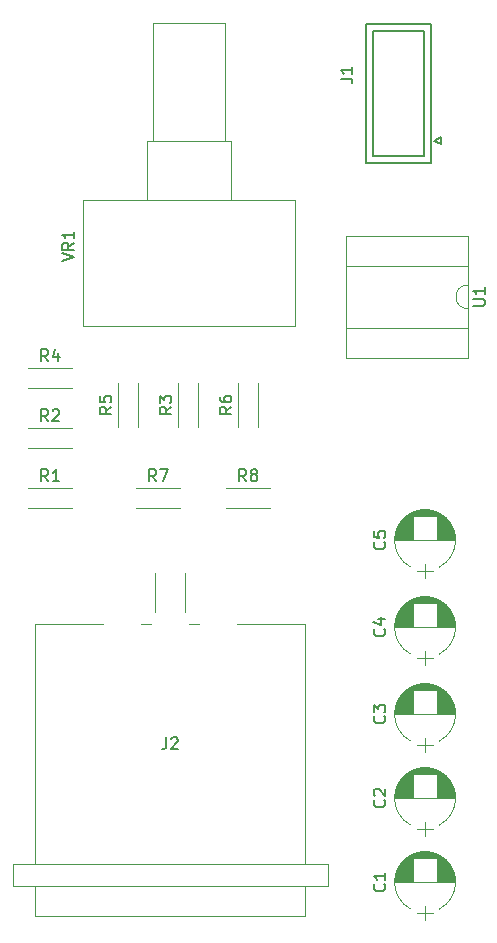
<source format=gbr>
G04 #@! TF.GenerationSoftware,KiCad,Pcbnew,(5.1.4)-1*
G04 #@! TF.CreationDate,2019-10-01T00:12:14+07:00*
G04 #@! TF.ProjectId,Microphone-PreAmp,4d696372-6f70-4686-9f6e-652d50726541,rev?*
G04 #@! TF.SameCoordinates,Original*
G04 #@! TF.FileFunction,Legend,Top*
G04 #@! TF.FilePolarity,Positive*
%FSLAX46Y46*%
G04 Gerber Fmt 4.6, Leading zero omitted, Abs format (unit mm)*
G04 Created by KiCad (PCBNEW (5.1.4)-1) date 2019-10-01 00:12:14*
%MOMM*%
%LPD*%
G04 APERTURE LIST*
%ADD10C,0.120000*%
%ADD11C,0.150000*%
G04 APERTURE END LIST*
D10*
X92546277Y-98548278D02*
G75*
G03X92546000Y-103159580I1179723J-2305722D01*
G01*
X94905723Y-98548278D02*
G75*
G02X94906000Y-103159580I-1179723J-2305722D01*
G01*
X94905723Y-98548278D02*
G75*
G03X92546000Y-98548420I-1179723J-2305722D01*
G01*
X91176000Y-100854000D02*
X96276000Y-100854000D01*
X91176000Y-100814000D02*
X92746000Y-100814000D01*
X94706000Y-100814000D02*
X96276000Y-100814000D01*
X91177000Y-100774000D02*
X92746000Y-100774000D01*
X94706000Y-100774000D02*
X96275000Y-100774000D01*
X91178000Y-100734000D02*
X92746000Y-100734000D01*
X94706000Y-100734000D02*
X96274000Y-100734000D01*
X91180000Y-100694000D02*
X92746000Y-100694000D01*
X94706000Y-100694000D02*
X96272000Y-100694000D01*
X91183000Y-100654000D02*
X92746000Y-100654000D01*
X94706000Y-100654000D02*
X96269000Y-100654000D01*
X91187000Y-100614000D02*
X92746000Y-100614000D01*
X94706000Y-100614000D02*
X96265000Y-100614000D01*
X91191000Y-100574000D02*
X92746000Y-100574000D01*
X94706000Y-100574000D02*
X96261000Y-100574000D01*
X91195000Y-100534000D02*
X92746000Y-100534000D01*
X94706000Y-100534000D02*
X96257000Y-100534000D01*
X91201000Y-100494000D02*
X92746000Y-100494000D01*
X94706000Y-100494000D02*
X96251000Y-100494000D01*
X91207000Y-100454000D02*
X92746000Y-100454000D01*
X94706000Y-100454000D02*
X96245000Y-100454000D01*
X91213000Y-100414000D02*
X92746000Y-100414000D01*
X94706000Y-100414000D02*
X96239000Y-100414000D01*
X91220000Y-100374000D02*
X92746000Y-100374000D01*
X94706000Y-100374000D02*
X96232000Y-100374000D01*
X91228000Y-100334000D02*
X92746000Y-100334000D01*
X94706000Y-100334000D02*
X96224000Y-100334000D01*
X91237000Y-100294000D02*
X92746000Y-100294000D01*
X94706000Y-100294000D02*
X96215000Y-100294000D01*
X91246000Y-100254000D02*
X92746000Y-100254000D01*
X94706000Y-100254000D02*
X96206000Y-100254000D01*
X91256000Y-100214000D02*
X92746000Y-100214000D01*
X94706000Y-100214000D02*
X96196000Y-100214000D01*
X91266000Y-100174000D02*
X92746000Y-100174000D01*
X94706000Y-100174000D02*
X96186000Y-100174000D01*
X91278000Y-100133000D02*
X92746000Y-100133000D01*
X94706000Y-100133000D02*
X96174000Y-100133000D01*
X91290000Y-100093000D02*
X92746000Y-100093000D01*
X94706000Y-100093000D02*
X96162000Y-100093000D01*
X91302000Y-100053000D02*
X92746000Y-100053000D01*
X94706000Y-100053000D02*
X96150000Y-100053000D01*
X91316000Y-100013000D02*
X92746000Y-100013000D01*
X94706000Y-100013000D02*
X96136000Y-100013000D01*
X91330000Y-99973000D02*
X92746000Y-99973000D01*
X94706000Y-99973000D02*
X96122000Y-99973000D01*
X91344000Y-99933000D02*
X92746000Y-99933000D01*
X94706000Y-99933000D02*
X96108000Y-99933000D01*
X91360000Y-99893000D02*
X92746000Y-99893000D01*
X94706000Y-99893000D02*
X96092000Y-99893000D01*
X91376000Y-99853000D02*
X92746000Y-99853000D01*
X94706000Y-99853000D02*
X96076000Y-99853000D01*
X91393000Y-99813000D02*
X92746000Y-99813000D01*
X94706000Y-99813000D02*
X96059000Y-99813000D01*
X91411000Y-99773000D02*
X92746000Y-99773000D01*
X94706000Y-99773000D02*
X96041000Y-99773000D01*
X91430000Y-99733000D02*
X92746000Y-99733000D01*
X94706000Y-99733000D02*
X96022000Y-99733000D01*
X91450000Y-99693000D02*
X92746000Y-99693000D01*
X94706000Y-99693000D02*
X96002000Y-99693000D01*
X91470000Y-99653000D02*
X92746000Y-99653000D01*
X94706000Y-99653000D02*
X95982000Y-99653000D01*
X91492000Y-99613000D02*
X92746000Y-99613000D01*
X94706000Y-99613000D02*
X95960000Y-99613000D01*
X91514000Y-99573000D02*
X92746000Y-99573000D01*
X94706000Y-99573000D02*
X95938000Y-99573000D01*
X91537000Y-99533000D02*
X92746000Y-99533000D01*
X94706000Y-99533000D02*
X95915000Y-99533000D01*
X91561000Y-99493000D02*
X92746000Y-99493000D01*
X94706000Y-99493000D02*
X95891000Y-99493000D01*
X91586000Y-99453000D02*
X92746000Y-99453000D01*
X94706000Y-99453000D02*
X95866000Y-99453000D01*
X91613000Y-99413000D02*
X92746000Y-99413000D01*
X94706000Y-99413000D02*
X95839000Y-99413000D01*
X91640000Y-99373000D02*
X92746000Y-99373000D01*
X94706000Y-99373000D02*
X95812000Y-99373000D01*
X91668000Y-99333000D02*
X92746000Y-99333000D01*
X94706000Y-99333000D02*
X95784000Y-99333000D01*
X91698000Y-99293000D02*
X92746000Y-99293000D01*
X94706000Y-99293000D02*
X95754000Y-99293000D01*
X91729000Y-99253000D02*
X92746000Y-99253000D01*
X94706000Y-99253000D02*
X95723000Y-99253000D01*
X91761000Y-99213000D02*
X92746000Y-99213000D01*
X94706000Y-99213000D02*
X95691000Y-99213000D01*
X91794000Y-99173000D02*
X92746000Y-99173000D01*
X94706000Y-99173000D02*
X95658000Y-99173000D01*
X91829000Y-99133000D02*
X92746000Y-99133000D01*
X94706000Y-99133000D02*
X95623000Y-99133000D01*
X91865000Y-99093000D02*
X92746000Y-99093000D01*
X94706000Y-99093000D02*
X95587000Y-99093000D01*
X91903000Y-99053000D02*
X92746000Y-99053000D01*
X94706000Y-99053000D02*
X95549000Y-99053000D01*
X91943000Y-99013000D02*
X92746000Y-99013000D01*
X94706000Y-99013000D02*
X95509000Y-99013000D01*
X91984000Y-98973000D02*
X92746000Y-98973000D01*
X94706000Y-98973000D02*
X95468000Y-98973000D01*
X92027000Y-98933000D02*
X92746000Y-98933000D01*
X94706000Y-98933000D02*
X95425000Y-98933000D01*
X92072000Y-98893000D02*
X92746000Y-98893000D01*
X94706000Y-98893000D02*
X95380000Y-98893000D01*
X92120000Y-98853000D02*
X95332000Y-98853000D01*
X92170000Y-98813000D02*
X95282000Y-98813000D01*
X92222000Y-98773000D02*
X95230000Y-98773000D01*
X92278000Y-98733000D02*
X95174000Y-98733000D01*
X92336000Y-98693000D02*
X95116000Y-98693000D01*
X92399000Y-98653000D02*
X95053000Y-98653000D01*
X92465000Y-98613000D02*
X94987000Y-98613000D01*
X92537000Y-98573000D02*
X94915000Y-98573000D01*
X92614000Y-98533000D02*
X94838000Y-98533000D01*
X92698000Y-98493000D02*
X94754000Y-98493000D01*
X92792000Y-98453000D02*
X94660000Y-98453000D01*
X92897000Y-98413000D02*
X94555000Y-98413000D01*
X93019000Y-98373000D02*
X94433000Y-98373000D01*
X93167000Y-98333000D02*
X94285000Y-98333000D01*
X93372000Y-98293000D02*
X94080000Y-98293000D01*
X93726000Y-104054000D02*
X93726000Y-102854000D01*
X93076000Y-103454000D02*
X94376000Y-103454000D01*
X92546277Y-120138278D02*
G75*
G03X92546000Y-124749580I1179723J-2305722D01*
G01*
X94905723Y-120138278D02*
G75*
G02X94906000Y-124749580I-1179723J-2305722D01*
G01*
X94905723Y-120138278D02*
G75*
G03X92546000Y-120138420I-1179723J-2305722D01*
G01*
X91176000Y-122444000D02*
X96276000Y-122444000D01*
X91176000Y-122404000D02*
X92746000Y-122404000D01*
X94706000Y-122404000D02*
X96276000Y-122404000D01*
X91177000Y-122364000D02*
X92746000Y-122364000D01*
X94706000Y-122364000D02*
X96275000Y-122364000D01*
X91178000Y-122324000D02*
X92746000Y-122324000D01*
X94706000Y-122324000D02*
X96274000Y-122324000D01*
X91180000Y-122284000D02*
X92746000Y-122284000D01*
X94706000Y-122284000D02*
X96272000Y-122284000D01*
X91183000Y-122244000D02*
X92746000Y-122244000D01*
X94706000Y-122244000D02*
X96269000Y-122244000D01*
X91187000Y-122204000D02*
X92746000Y-122204000D01*
X94706000Y-122204000D02*
X96265000Y-122204000D01*
X91191000Y-122164000D02*
X92746000Y-122164000D01*
X94706000Y-122164000D02*
X96261000Y-122164000D01*
X91195000Y-122124000D02*
X92746000Y-122124000D01*
X94706000Y-122124000D02*
X96257000Y-122124000D01*
X91201000Y-122084000D02*
X92746000Y-122084000D01*
X94706000Y-122084000D02*
X96251000Y-122084000D01*
X91207000Y-122044000D02*
X92746000Y-122044000D01*
X94706000Y-122044000D02*
X96245000Y-122044000D01*
X91213000Y-122004000D02*
X92746000Y-122004000D01*
X94706000Y-122004000D02*
X96239000Y-122004000D01*
X91220000Y-121964000D02*
X92746000Y-121964000D01*
X94706000Y-121964000D02*
X96232000Y-121964000D01*
X91228000Y-121924000D02*
X92746000Y-121924000D01*
X94706000Y-121924000D02*
X96224000Y-121924000D01*
X91237000Y-121884000D02*
X92746000Y-121884000D01*
X94706000Y-121884000D02*
X96215000Y-121884000D01*
X91246000Y-121844000D02*
X92746000Y-121844000D01*
X94706000Y-121844000D02*
X96206000Y-121844000D01*
X91256000Y-121804000D02*
X92746000Y-121804000D01*
X94706000Y-121804000D02*
X96196000Y-121804000D01*
X91266000Y-121764000D02*
X92746000Y-121764000D01*
X94706000Y-121764000D02*
X96186000Y-121764000D01*
X91278000Y-121723000D02*
X92746000Y-121723000D01*
X94706000Y-121723000D02*
X96174000Y-121723000D01*
X91290000Y-121683000D02*
X92746000Y-121683000D01*
X94706000Y-121683000D02*
X96162000Y-121683000D01*
X91302000Y-121643000D02*
X92746000Y-121643000D01*
X94706000Y-121643000D02*
X96150000Y-121643000D01*
X91316000Y-121603000D02*
X92746000Y-121603000D01*
X94706000Y-121603000D02*
X96136000Y-121603000D01*
X91330000Y-121563000D02*
X92746000Y-121563000D01*
X94706000Y-121563000D02*
X96122000Y-121563000D01*
X91344000Y-121523000D02*
X92746000Y-121523000D01*
X94706000Y-121523000D02*
X96108000Y-121523000D01*
X91360000Y-121483000D02*
X92746000Y-121483000D01*
X94706000Y-121483000D02*
X96092000Y-121483000D01*
X91376000Y-121443000D02*
X92746000Y-121443000D01*
X94706000Y-121443000D02*
X96076000Y-121443000D01*
X91393000Y-121403000D02*
X92746000Y-121403000D01*
X94706000Y-121403000D02*
X96059000Y-121403000D01*
X91411000Y-121363000D02*
X92746000Y-121363000D01*
X94706000Y-121363000D02*
X96041000Y-121363000D01*
X91430000Y-121323000D02*
X92746000Y-121323000D01*
X94706000Y-121323000D02*
X96022000Y-121323000D01*
X91450000Y-121283000D02*
X92746000Y-121283000D01*
X94706000Y-121283000D02*
X96002000Y-121283000D01*
X91470000Y-121243000D02*
X92746000Y-121243000D01*
X94706000Y-121243000D02*
X95982000Y-121243000D01*
X91492000Y-121203000D02*
X92746000Y-121203000D01*
X94706000Y-121203000D02*
X95960000Y-121203000D01*
X91514000Y-121163000D02*
X92746000Y-121163000D01*
X94706000Y-121163000D02*
X95938000Y-121163000D01*
X91537000Y-121123000D02*
X92746000Y-121123000D01*
X94706000Y-121123000D02*
X95915000Y-121123000D01*
X91561000Y-121083000D02*
X92746000Y-121083000D01*
X94706000Y-121083000D02*
X95891000Y-121083000D01*
X91586000Y-121043000D02*
X92746000Y-121043000D01*
X94706000Y-121043000D02*
X95866000Y-121043000D01*
X91613000Y-121003000D02*
X92746000Y-121003000D01*
X94706000Y-121003000D02*
X95839000Y-121003000D01*
X91640000Y-120963000D02*
X92746000Y-120963000D01*
X94706000Y-120963000D02*
X95812000Y-120963000D01*
X91668000Y-120923000D02*
X92746000Y-120923000D01*
X94706000Y-120923000D02*
X95784000Y-120923000D01*
X91698000Y-120883000D02*
X92746000Y-120883000D01*
X94706000Y-120883000D02*
X95754000Y-120883000D01*
X91729000Y-120843000D02*
X92746000Y-120843000D01*
X94706000Y-120843000D02*
X95723000Y-120843000D01*
X91761000Y-120803000D02*
X92746000Y-120803000D01*
X94706000Y-120803000D02*
X95691000Y-120803000D01*
X91794000Y-120763000D02*
X92746000Y-120763000D01*
X94706000Y-120763000D02*
X95658000Y-120763000D01*
X91829000Y-120723000D02*
X92746000Y-120723000D01*
X94706000Y-120723000D02*
X95623000Y-120723000D01*
X91865000Y-120683000D02*
X92746000Y-120683000D01*
X94706000Y-120683000D02*
X95587000Y-120683000D01*
X91903000Y-120643000D02*
X92746000Y-120643000D01*
X94706000Y-120643000D02*
X95549000Y-120643000D01*
X91943000Y-120603000D02*
X92746000Y-120603000D01*
X94706000Y-120603000D02*
X95509000Y-120603000D01*
X91984000Y-120563000D02*
X92746000Y-120563000D01*
X94706000Y-120563000D02*
X95468000Y-120563000D01*
X92027000Y-120523000D02*
X92746000Y-120523000D01*
X94706000Y-120523000D02*
X95425000Y-120523000D01*
X92072000Y-120483000D02*
X92746000Y-120483000D01*
X94706000Y-120483000D02*
X95380000Y-120483000D01*
X92120000Y-120443000D02*
X95332000Y-120443000D01*
X92170000Y-120403000D02*
X95282000Y-120403000D01*
X92222000Y-120363000D02*
X95230000Y-120363000D01*
X92278000Y-120323000D02*
X95174000Y-120323000D01*
X92336000Y-120283000D02*
X95116000Y-120283000D01*
X92399000Y-120243000D02*
X95053000Y-120243000D01*
X92465000Y-120203000D02*
X94987000Y-120203000D01*
X92537000Y-120163000D02*
X94915000Y-120163000D01*
X92614000Y-120123000D02*
X94838000Y-120123000D01*
X92698000Y-120083000D02*
X94754000Y-120083000D01*
X92792000Y-120043000D02*
X94660000Y-120043000D01*
X92897000Y-120003000D02*
X94555000Y-120003000D01*
X93019000Y-119963000D02*
X94433000Y-119963000D01*
X93167000Y-119923000D02*
X94285000Y-119923000D01*
X93372000Y-119883000D02*
X94080000Y-119883000D01*
X93726000Y-125644000D02*
X93726000Y-124444000D01*
X93076000Y-125044000D02*
X94376000Y-125044000D01*
X93076000Y-117932000D02*
X94376000Y-117932000D01*
X93726000Y-118532000D02*
X93726000Y-117332000D01*
X93372000Y-112771000D02*
X94080000Y-112771000D01*
X93167000Y-112811000D02*
X94285000Y-112811000D01*
X93019000Y-112851000D02*
X94433000Y-112851000D01*
X92897000Y-112891000D02*
X94555000Y-112891000D01*
X92792000Y-112931000D02*
X94660000Y-112931000D01*
X92698000Y-112971000D02*
X94754000Y-112971000D01*
X92614000Y-113011000D02*
X94838000Y-113011000D01*
X92537000Y-113051000D02*
X94915000Y-113051000D01*
X92465000Y-113091000D02*
X94987000Y-113091000D01*
X92399000Y-113131000D02*
X95053000Y-113131000D01*
X92336000Y-113171000D02*
X95116000Y-113171000D01*
X92278000Y-113211000D02*
X95174000Y-113211000D01*
X92222000Y-113251000D02*
X95230000Y-113251000D01*
X92170000Y-113291000D02*
X95282000Y-113291000D01*
X92120000Y-113331000D02*
X95332000Y-113331000D01*
X94706000Y-113371000D02*
X95380000Y-113371000D01*
X92072000Y-113371000D02*
X92746000Y-113371000D01*
X94706000Y-113411000D02*
X95425000Y-113411000D01*
X92027000Y-113411000D02*
X92746000Y-113411000D01*
X94706000Y-113451000D02*
X95468000Y-113451000D01*
X91984000Y-113451000D02*
X92746000Y-113451000D01*
X94706000Y-113491000D02*
X95509000Y-113491000D01*
X91943000Y-113491000D02*
X92746000Y-113491000D01*
X94706000Y-113531000D02*
X95549000Y-113531000D01*
X91903000Y-113531000D02*
X92746000Y-113531000D01*
X94706000Y-113571000D02*
X95587000Y-113571000D01*
X91865000Y-113571000D02*
X92746000Y-113571000D01*
X94706000Y-113611000D02*
X95623000Y-113611000D01*
X91829000Y-113611000D02*
X92746000Y-113611000D01*
X94706000Y-113651000D02*
X95658000Y-113651000D01*
X91794000Y-113651000D02*
X92746000Y-113651000D01*
X94706000Y-113691000D02*
X95691000Y-113691000D01*
X91761000Y-113691000D02*
X92746000Y-113691000D01*
X94706000Y-113731000D02*
X95723000Y-113731000D01*
X91729000Y-113731000D02*
X92746000Y-113731000D01*
X94706000Y-113771000D02*
X95754000Y-113771000D01*
X91698000Y-113771000D02*
X92746000Y-113771000D01*
X94706000Y-113811000D02*
X95784000Y-113811000D01*
X91668000Y-113811000D02*
X92746000Y-113811000D01*
X94706000Y-113851000D02*
X95812000Y-113851000D01*
X91640000Y-113851000D02*
X92746000Y-113851000D01*
X94706000Y-113891000D02*
X95839000Y-113891000D01*
X91613000Y-113891000D02*
X92746000Y-113891000D01*
X94706000Y-113931000D02*
X95866000Y-113931000D01*
X91586000Y-113931000D02*
X92746000Y-113931000D01*
X94706000Y-113971000D02*
X95891000Y-113971000D01*
X91561000Y-113971000D02*
X92746000Y-113971000D01*
X94706000Y-114011000D02*
X95915000Y-114011000D01*
X91537000Y-114011000D02*
X92746000Y-114011000D01*
X94706000Y-114051000D02*
X95938000Y-114051000D01*
X91514000Y-114051000D02*
X92746000Y-114051000D01*
X94706000Y-114091000D02*
X95960000Y-114091000D01*
X91492000Y-114091000D02*
X92746000Y-114091000D01*
X94706000Y-114131000D02*
X95982000Y-114131000D01*
X91470000Y-114131000D02*
X92746000Y-114131000D01*
X94706000Y-114171000D02*
X96002000Y-114171000D01*
X91450000Y-114171000D02*
X92746000Y-114171000D01*
X94706000Y-114211000D02*
X96022000Y-114211000D01*
X91430000Y-114211000D02*
X92746000Y-114211000D01*
X94706000Y-114251000D02*
X96041000Y-114251000D01*
X91411000Y-114251000D02*
X92746000Y-114251000D01*
X94706000Y-114291000D02*
X96059000Y-114291000D01*
X91393000Y-114291000D02*
X92746000Y-114291000D01*
X94706000Y-114331000D02*
X96076000Y-114331000D01*
X91376000Y-114331000D02*
X92746000Y-114331000D01*
X94706000Y-114371000D02*
X96092000Y-114371000D01*
X91360000Y-114371000D02*
X92746000Y-114371000D01*
X94706000Y-114411000D02*
X96108000Y-114411000D01*
X91344000Y-114411000D02*
X92746000Y-114411000D01*
X94706000Y-114451000D02*
X96122000Y-114451000D01*
X91330000Y-114451000D02*
X92746000Y-114451000D01*
X94706000Y-114491000D02*
X96136000Y-114491000D01*
X91316000Y-114491000D02*
X92746000Y-114491000D01*
X94706000Y-114531000D02*
X96150000Y-114531000D01*
X91302000Y-114531000D02*
X92746000Y-114531000D01*
X94706000Y-114571000D02*
X96162000Y-114571000D01*
X91290000Y-114571000D02*
X92746000Y-114571000D01*
X94706000Y-114611000D02*
X96174000Y-114611000D01*
X91278000Y-114611000D02*
X92746000Y-114611000D01*
X94706000Y-114652000D02*
X96186000Y-114652000D01*
X91266000Y-114652000D02*
X92746000Y-114652000D01*
X94706000Y-114692000D02*
X96196000Y-114692000D01*
X91256000Y-114692000D02*
X92746000Y-114692000D01*
X94706000Y-114732000D02*
X96206000Y-114732000D01*
X91246000Y-114732000D02*
X92746000Y-114732000D01*
X94706000Y-114772000D02*
X96215000Y-114772000D01*
X91237000Y-114772000D02*
X92746000Y-114772000D01*
X94706000Y-114812000D02*
X96224000Y-114812000D01*
X91228000Y-114812000D02*
X92746000Y-114812000D01*
X94706000Y-114852000D02*
X96232000Y-114852000D01*
X91220000Y-114852000D02*
X92746000Y-114852000D01*
X94706000Y-114892000D02*
X96239000Y-114892000D01*
X91213000Y-114892000D02*
X92746000Y-114892000D01*
X94706000Y-114932000D02*
X96245000Y-114932000D01*
X91207000Y-114932000D02*
X92746000Y-114932000D01*
X94706000Y-114972000D02*
X96251000Y-114972000D01*
X91201000Y-114972000D02*
X92746000Y-114972000D01*
X94706000Y-115012000D02*
X96257000Y-115012000D01*
X91195000Y-115012000D02*
X92746000Y-115012000D01*
X94706000Y-115052000D02*
X96261000Y-115052000D01*
X91191000Y-115052000D02*
X92746000Y-115052000D01*
X94706000Y-115092000D02*
X96265000Y-115092000D01*
X91187000Y-115092000D02*
X92746000Y-115092000D01*
X94706000Y-115132000D02*
X96269000Y-115132000D01*
X91183000Y-115132000D02*
X92746000Y-115132000D01*
X94706000Y-115172000D02*
X96272000Y-115172000D01*
X91180000Y-115172000D02*
X92746000Y-115172000D01*
X94706000Y-115212000D02*
X96274000Y-115212000D01*
X91178000Y-115212000D02*
X92746000Y-115212000D01*
X94706000Y-115252000D02*
X96275000Y-115252000D01*
X91177000Y-115252000D02*
X92746000Y-115252000D01*
X94706000Y-115292000D02*
X96276000Y-115292000D01*
X91176000Y-115292000D02*
X92746000Y-115292000D01*
X91176000Y-115332000D02*
X96276000Y-115332000D01*
X94905723Y-113026278D02*
G75*
G03X92546000Y-113026420I-1179723J-2305722D01*
G01*
X94905723Y-113026278D02*
G75*
G02X94906000Y-117637580I-1179723J-2305722D01*
G01*
X92546277Y-113026278D02*
G75*
G03X92546000Y-117637580I1179723J-2305722D01*
G01*
X93076000Y-110820000D02*
X94376000Y-110820000D01*
X93726000Y-111420000D02*
X93726000Y-110220000D01*
X93372000Y-105659000D02*
X94080000Y-105659000D01*
X93167000Y-105699000D02*
X94285000Y-105699000D01*
X93019000Y-105739000D02*
X94433000Y-105739000D01*
X92897000Y-105779000D02*
X94555000Y-105779000D01*
X92792000Y-105819000D02*
X94660000Y-105819000D01*
X92698000Y-105859000D02*
X94754000Y-105859000D01*
X92614000Y-105899000D02*
X94838000Y-105899000D01*
X92537000Y-105939000D02*
X94915000Y-105939000D01*
X92465000Y-105979000D02*
X94987000Y-105979000D01*
X92399000Y-106019000D02*
X95053000Y-106019000D01*
X92336000Y-106059000D02*
X95116000Y-106059000D01*
X92278000Y-106099000D02*
X95174000Y-106099000D01*
X92222000Y-106139000D02*
X95230000Y-106139000D01*
X92170000Y-106179000D02*
X95282000Y-106179000D01*
X92120000Y-106219000D02*
X95332000Y-106219000D01*
X94706000Y-106259000D02*
X95380000Y-106259000D01*
X92072000Y-106259000D02*
X92746000Y-106259000D01*
X94706000Y-106299000D02*
X95425000Y-106299000D01*
X92027000Y-106299000D02*
X92746000Y-106299000D01*
X94706000Y-106339000D02*
X95468000Y-106339000D01*
X91984000Y-106339000D02*
X92746000Y-106339000D01*
X94706000Y-106379000D02*
X95509000Y-106379000D01*
X91943000Y-106379000D02*
X92746000Y-106379000D01*
X94706000Y-106419000D02*
X95549000Y-106419000D01*
X91903000Y-106419000D02*
X92746000Y-106419000D01*
X94706000Y-106459000D02*
X95587000Y-106459000D01*
X91865000Y-106459000D02*
X92746000Y-106459000D01*
X94706000Y-106499000D02*
X95623000Y-106499000D01*
X91829000Y-106499000D02*
X92746000Y-106499000D01*
X94706000Y-106539000D02*
X95658000Y-106539000D01*
X91794000Y-106539000D02*
X92746000Y-106539000D01*
X94706000Y-106579000D02*
X95691000Y-106579000D01*
X91761000Y-106579000D02*
X92746000Y-106579000D01*
X94706000Y-106619000D02*
X95723000Y-106619000D01*
X91729000Y-106619000D02*
X92746000Y-106619000D01*
X94706000Y-106659000D02*
X95754000Y-106659000D01*
X91698000Y-106659000D02*
X92746000Y-106659000D01*
X94706000Y-106699000D02*
X95784000Y-106699000D01*
X91668000Y-106699000D02*
X92746000Y-106699000D01*
X94706000Y-106739000D02*
X95812000Y-106739000D01*
X91640000Y-106739000D02*
X92746000Y-106739000D01*
X94706000Y-106779000D02*
X95839000Y-106779000D01*
X91613000Y-106779000D02*
X92746000Y-106779000D01*
X94706000Y-106819000D02*
X95866000Y-106819000D01*
X91586000Y-106819000D02*
X92746000Y-106819000D01*
X94706000Y-106859000D02*
X95891000Y-106859000D01*
X91561000Y-106859000D02*
X92746000Y-106859000D01*
X94706000Y-106899000D02*
X95915000Y-106899000D01*
X91537000Y-106899000D02*
X92746000Y-106899000D01*
X94706000Y-106939000D02*
X95938000Y-106939000D01*
X91514000Y-106939000D02*
X92746000Y-106939000D01*
X94706000Y-106979000D02*
X95960000Y-106979000D01*
X91492000Y-106979000D02*
X92746000Y-106979000D01*
X94706000Y-107019000D02*
X95982000Y-107019000D01*
X91470000Y-107019000D02*
X92746000Y-107019000D01*
X94706000Y-107059000D02*
X96002000Y-107059000D01*
X91450000Y-107059000D02*
X92746000Y-107059000D01*
X94706000Y-107099000D02*
X96022000Y-107099000D01*
X91430000Y-107099000D02*
X92746000Y-107099000D01*
X94706000Y-107139000D02*
X96041000Y-107139000D01*
X91411000Y-107139000D02*
X92746000Y-107139000D01*
X94706000Y-107179000D02*
X96059000Y-107179000D01*
X91393000Y-107179000D02*
X92746000Y-107179000D01*
X94706000Y-107219000D02*
X96076000Y-107219000D01*
X91376000Y-107219000D02*
X92746000Y-107219000D01*
X94706000Y-107259000D02*
X96092000Y-107259000D01*
X91360000Y-107259000D02*
X92746000Y-107259000D01*
X94706000Y-107299000D02*
X96108000Y-107299000D01*
X91344000Y-107299000D02*
X92746000Y-107299000D01*
X94706000Y-107339000D02*
X96122000Y-107339000D01*
X91330000Y-107339000D02*
X92746000Y-107339000D01*
X94706000Y-107379000D02*
X96136000Y-107379000D01*
X91316000Y-107379000D02*
X92746000Y-107379000D01*
X94706000Y-107419000D02*
X96150000Y-107419000D01*
X91302000Y-107419000D02*
X92746000Y-107419000D01*
X94706000Y-107459000D02*
X96162000Y-107459000D01*
X91290000Y-107459000D02*
X92746000Y-107459000D01*
X94706000Y-107499000D02*
X96174000Y-107499000D01*
X91278000Y-107499000D02*
X92746000Y-107499000D01*
X94706000Y-107540000D02*
X96186000Y-107540000D01*
X91266000Y-107540000D02*
X92746000Y-107540000D01*
X94706000Y-107580000D02*
X96196000Y-107580000D01*
X91256000Y-107580000D02*
X92746000Y-107580000D01*
X94706000Y-107620000D02*
X96206000Y-107620000D01*
X91246000Y-107620000D02*
X92746000Y-107620000D01*
X94706000Y-107660000D02*
X96215000Y-107660000D01*
X91237000Y-107660000D02*
X92746000Y-107660000D01*
X94706000Y-107700000D02*
X96224000Y-107700000D01*
X91228000Y-107700000D02*
X92746000Y-107700000D01*
X94706000Y-107740000D02*
X96232000Y-107740000D01*
X91220000Y-107740000D02*
X92746000Y-107740000D01*
X94706000Y-107780000D02*
X96239000Y-107780000D01*
X91213000Y-107780000D02*
X92746000Y-107780000D01*
X94706000Y-107820000D02*
X96245000Y-107820000D01*
X91207000Y-107820000D02*
X92746000Y-107820000D01*
X94706000Y-107860000D02*
X96251000Y-107860000D01*
X91201000Y-107860000D02*
X92746000Y-107860000D01*
X94706000Y-107900000D02*
X96257000Y-107900000D01*
X91195000Y-107900000D02*
X92746000Y-107900000D01*
X94706000Y-107940000D02*
X96261000Y-107940000D01*
X91191000Y-107940000D02*
X92746000Y-107940000D01*
X94706000Y-107980000D02*
X96265000Y-107980000D01*
X91187000Y-107980000D02*
X92746000Y-107980000D01*
X94706000Y-108020000D02*
X96269000Y-108020000D01*
X91183000Y-108020000D02*
X92746000Y-108020000D01*
X94706000Y-108060000D02*
X96272000Y-108060000D01*
X91180000Y-108060000D02*
X92746000Y-108060000D01*
X94706000Y-108100000D02*
X96274000Y-108100000D01*
X91178000Y-108100000D02*
X92746000Y-108100000D01*
X94706000Y-108140000D02*
X96275000Y-108140000D01*
X91177000Y-108140000D02*
X92746000Y-108140000D01*
X94706000Y-108180000D02*
X96276000Y-108180000D01*
X91176000Y-108180000D02*
X92746000Y-108180000D01*
X91176000Y-108220000D02*
X96276000Y-108220000D01*
X94905723Y-105914278D02*
G75*
G03X92546000Y-105914420I-1179723J-2305722D01*
G01*
X94905723Y-105914278D02*
G75*
G02X94906000Y-110525580I-1179723J-2305722D01*
G01*
X92546277Y-105914278D02*
G75*
G03X92546000Y-110525580I1179723J-2305722D01*
G01*
X93076000Y-96088000D02*
X94376000Y-96088000D01*
X93726000Y-96688000D02*
X93726000Y-95488000D01*
X93372000Y-90927000D02*
X94080000Y-90927000D01*
X93167000Y-90967000D02*
X94285000Y-90967000D01*
X93019000Y-91007000D02*
X94433000Y-91007000D01*
X92897000Y-91047000D02*
X94555000Y-91047000D01*
X92792000Y-91087000D02*
X94660000Y-91087000D01*
X92698000Y-91127000D02*
X94754000Y-91127000D01*
X92614000Y-91167000D02*
X94838000Y-91167000D01*
X92537000Y-91207000D02*
X94915000Y-91207000D01*
X92465000Y-91247000D02*
X94987000Y-91247000D01*
X92399000Y-91287000D02*
X95053000Y-91287000D01*
X92336000Y-91327000D02*
X95116000Y-91327000D01*
X92278000Y-91367000D02*
X95174000Y-91367000D01*
X92222000Y-91407000D02*
X95230000Y-91407000D01*
X92170000Y-91447000D02*
X95282000Y-91447000D01*
X92120000Y-91487000D02*
X95332000Y-91487000D01*
X94706000Y-91527000D02*
X95380000Y-91527000D01*
X92072000Y-91527000D02*
X92746000Y-91527000D01*
X94706000Y-91567000D02*
X95425000Y-91567000D01*
X92027000Y-91567000D02*
X92746000Y-91567000D01*
X94706000Y-91607000D02*
X95468000Y-91607000D01*
X91984000Y-91607000D02*
X92746000Y-91607000D01*
X94706000Y-91647000D02*
X95509000Y-91647000D01*
X91943000Y-91647000D02*
X92746000Y-91647000D01*
X94706000Y-91687000D02*
X95549000Y-91687000D01*
X91903000Y-91687000D02*
X92746000Y-91687000D01*
X94706000Y-91727000D02*
X95587000Y-91727000D01*
X91865000Y-91727000D02*
X92746000Y-91727000D01*
X94706000Y-91767000D02*
X95623000Y-91767000D01*
X91829000Y-91767000D02*
X92746000Y-91767000D01*
X94706000Y-91807000D02*
X95658000Y-91807000D01*
X91794000Y-91807000D02*
X92746000Y-91807000D01*
X94706000Y-91847000D02*
X95691000Y-91847000D01*
X91761000Y-91847000D02*
X92746000Y-91847000D01*
X94706000Y-91887000D02*
X95723000Y-91887000D01*
X91729000Y-91887000D02*
X92746000Y-91887000D01*
X94706000Y-91927000D02*
X95754000Y-91927000D01*
X91698000Y-91927000D02*
X92746000Y-91927000D01*
X94706000Y-91967000D02*
X95784000Y-91967000D01*
X91668000Y-91967000D02*
X92746000Y-91967000D01*
X94706000Y-92007000D02*
X95812000Y-92007000D01*
X91640000Y-92007000D02*
X92746000Y-92007000D01*
X94706000Y-92047000D02*
X95839000Y-92047000D01*
X91613000Y-92047000D02*
X92746000Y-92047000D01*
X94706000Y-92087000D02*
X95866000Y-92087000D01*
X91586000Y-92087000D02*
X92746000Y-92087000D01*
X94706000Y-92127000D02*
X95891000Y-92127000D01*
X91561000Y-92127000D02*
X92746000Y-92127000D01*
X94706000Y-92167000D02*
X95915000Y-92167000D01*
X91537000Y-92167000D02*
X92746000Y-92167000D01*
X94706000Y-92207000D02*
X95938000Y-92207000D01*
X91514000Y-92207000D02*
X92746000Y-92207000D01*
X94706000Y-92247000D02*
X95960000Y-92247000D01*
X91492000Y-92247000D02*
X92746000Y-92247000D01*
X94706000Y-92287000D02*
X95982000Y-92287000D01*
X91470000Y-92287000D02*
X92746000Y-92287000D01*
X94706000Y-92327000D02*
X96002000Y-92327000D01*
X91450000Y-92327000D02*
X92746000Y-92327000D01*
X94706000Y-92367000D02*
X96022000Y-92367000D01*
X91430000Y-92367000D02*
X92746000Y-92367000D01*
X94706000Y-92407000D02*
X96041000Y-92407000D01*
X91411000Y-92407000D02*
X92746000Y-92407000D01*
X94706000Y-92447000D02*
X96059000Y-92447000D01*
X91393000Y-92447000D02*
X92746000Y-92447000D01*
X94706000Y-92487000D02*
X96076000Y-92487000D01*
X91376000Y-92487000D02*
X92746000Y-92487000D01*
X94706000Y-92527000D02*
X96092000Y-92527000D01*
X91360000Y-92527000D02*
X92746000Y-92527000D01*
X94706000Y-92567000D02*
X96108000Y-92567000D01*
X91344000Y-92567000D02*
X92746000Y-92567000D01*
X94706000Y-92607000D02*
X96122000Y-92607000D01*
X91330000Y-92607000D02*
X92746000Y-92607000D01*
X94706000Y-92647000D02*
X96136000Y-92647000D01*
X91316000Y-92647000D02*
X92746000Y-92647000D01*
X94706000Y-92687000D02*
X96150000Y-92687000D01*
X91302000Y-92687000D02*
X92746000Y-92687000D01*
X94706000Y-92727000D02*
X96162000Y-92727000D01*
X91290000Y-92727000D02*
X92746000Y-92727000D01*
X94706000Y-92767000D02*
X96174000Y-92767000D01*
X91278000Y-92767000D02*
X92746000Y-92767000D01*
X94706000Y-92808000D02*
X96186000Y-92808000D01*
X91266000Y-92808000D02*
X92746000Y-92808000D01*
X94706000Y-92848000D02*
X96196000Y-92848000D01*
X91256000Y-92848000D02*
X92746000Y-92848000D01*
X94706000Y-92888000D02*
X96206000Y-92888000D01*
X91246000Y-92888000D02*
X92746000Y-92888000D01*
X94706000Y-92928000D02*
X96215000Y-92928000D01*
X91237000Y-92928000D02*
X92746000Y-92928000D01*
X94706000Y-92968000D02*
X96224000Y-92968000D01*
X91228000Y-92968000D02*
X92746000Y-92968000D01*
X94706000Y-93008000D02*
X96232000Y-93008000D01*
X91220000Y-93008000D02*
X92746000Y-93008000D01*
X94706000Y-93048000D02*
X96239000Y-93048000D01*
X91213000Y-93048000D02*
X92746000Y-93048000D01*
X94706000Y-93088000D02*
X96245000Y-93088000D01*
X91207000Y-93088000D02*
X92746000Y-93088000D01*
X94706000Y-93128000D02*
X96251000Y-93128000D01*
X91201000Y-93128000D02*
X92746000Y-93128000D01*
X94706000Y-93168000D02*
X96257000Y-93168000D01*
X91195000Y-93168000D02*
X92746000Y-93168000D01*
X94706000Y-93208000D02*
X96261000Y-93208000D01*
X91191000Y-93208000D02*
X92746000Y-93208000D01*
X94706000Y-93248000D02*
X96265000Y-93248000D01*
X91187000Y-93248000D02*
X92746000Y-93248000D01*
X94706000Y-93288000D02*
X96269000Y-93288000D01*
X91183000Y-93288000D02*
X92746000Y-93288000D01*
X94706000Y-93328000D02*
X96272000Y-93328000D01*
X91180000Y-93328000D02*
X92746000Y-93328000D01*
X94706000Y-93368000D02*
X96274000Y-93368000D01*
X91178000Y-93368000D02*
X92746000Y-93368000D01*
X94706000Y-93408000D02*
X96275000Y-93408000D01*
X91177000Y-93408000D02*
X92746000Y-93408000D01*
X94706000Y-93448000D02*
X96276000Y-93448000D01*
X91176000Y-93448000D02*
X92746000Y-93448000D01*
X91176000Y-93488000D02*
X96276000Y-93488000D01*
X94905723Y-91182278D02*
G75*
G03X92546000Y-91182420I-1179723J-2305722D01*
G01*
X94905723Y-91182278D02*
G75*
G02X94906000Y-95793580I-1179723J-2305722D01*
G01*
X92546277Y-91182278D02*
G75*
G03X92546000Y-95793580I1179723J-2305722D01*
G01*
D11*
X95056000Y-59390000D02*
X94456000Y-59690000D01*
X95056000Y-59990000D02*
X95056000Y-59390000D01*
X94456000Y-59690000D02*
X95056000Y-59990000D01*
X89306000Y-50390000D02*
X89306000Y-60990000D01*
X93606000Y-50390000D02*
X89306000Y-50390000D01*
X93606000Y-60990000D02*
X93606000Y-50390000D01*
X89306000Y-60990000D02*
X93606000Y-60990000D01*
X88706000Y-49790000D02*
X88706000Y-61590000D01*
X94206000Y-49790000D02*
X88706000Y-49790000D01*
X94206000Y-61590000D02*
X94206000Y-49790000D01*
X88706000Y-61590000D02*
X94206000Y-61590000D01*
D10*
X73752000Y-100584000D02*
X74582000Y-100584000D01*
X77822000Y-100584000D02*
X83562000Y-100584000D01*
X69692000Y-100584000D02*
X70512000Y-100584000D01*
X83562000Y-100584000D02*
X83562000Y-120904000D01*
X60702000Y-100584000D02*
X66452000Y-100584000D01*
X60702000Y-100584000D02*
X60702000Y-120904000D01*
X85472000Y-120904000D02*
X58802000Y-120904000D01*
X85472000Y-122814000D02*
X85472000Y-120904000D01*
X58802000Y-122814000D02*
X85472000Y-122814000D01*
X58802000Y-120904000D02*
X58802000Y-122814000D01*
X73402000Y-96294000D02*
X73402000Y-99574000D01*
X70862000Y-96294000D02*
X70862000Y-99574000D01*
X83562000Y-125354000D02*
X83562000Y-122814000D01*
X60702000Y-125354000D02*
X83562000Y-125354000D01*
X60702000Y-124714000D02*
X60702000Y-125354000D01*
X60702000Y-122814000D02*
X60702000Y-124714000D01*
X60116000Y-89056000D02*
X63836000Y-89056000D01*
X60116000Y-90776000D02*
X63836000Y-90776000D01*
X60116000Y-85696000D02*
X63836000Y-85696000D01*
X60116000Y-83976000D02*
X63836000Y-83976000D01*
X72800000Y-83902000D02*
X72800000Y-80182000D01*
X74520000Y-83902000D02*
X74520000Y-80182000D01*
X60116000Y-78896000D02*
X63836000Y-78896000D01*
X60116000Y-80616000D02*
X63836000Y-80616000D01*
X69440000Y-83902000D02*
X69440000Y-80182000D01*
X67720000Y-83902000D02*
X67720000Y-80182000D01*
X79600000Y-83902000D02*
X79600000Y-80182000D01*
X77880000Y-83902000D02*
X77880000Y-80182000D01*
X69260000Y-89056000D02*
X72980000Y-89056000D01*
X69260000Y-90776000D02*
X72980000Y-90776000D01*
X76880000Y-90776000D02*
X80600000Y-90776000D01*
X76880000Y-89056000D02*
X80600000Y-89056000D01*
X97402000Y-78038000D02*
X97402000Y-67758000D01*
X87002000Y-78038000D02*
X97402000Y-78038000D01*
X87002000Y-67758000D02*
X87002000Y-78038000D01*
X97402000Y-67758000D02*
X87002000Y-67758000D01*
X97342000Y-75548000D02*
X97342000Y-73898000D01*
X87062000Y-75548000D02*
X97342000Y-75548000D01*
X87062000Y-70248000D02*
X87062000Y-75548000D01*
X97342000Y-70248000D02*
X87062000Y-70248000D01*
X97342000Y-71898000D02*
X97342000Y-70248000D01*
X97342000Y-73898000D02*
G75*
G02X97342000Y-71898000I0J1000000D01*
G01*
X70680000Y-49720000D02*
X76800000Y-49720000D01*
X70680000Y-59720000D02*
X76800000Y-59720000D01*
X76800000Y-59720000D02*
X76800000Y-49720000D01*
X70680000Y-59720000D02*
X70680000Y-49720000D01*
X70180000Y-59720000D02*
X77300000Y-59720000D01*
X70180000Y-64720000D02*
X77300000Y-64720000D01*
X77300000Y-64720000D02*
X77300000Y-59720000D01*
X70180000Y-64720000D02*
X70180000Y-59720000D01*
X64730000Y-64720000D02*
X82751000Y-64720000D01*
X64730000Y-75340000D02*
X82751000Y-75340000D01*
X82751000Y-75340000D02*
X82751000Y-64720000D01*
X64730000Y-75340000D02*
X64730000Y-64720000D01*
D11*
X90273142Y-101020666D02*
X90320761Y-101068285D01*
X90368380Y-101211142D01*
X90368380Y-101306380D01*
X90320761Y-101449238D01*
X90225523Y-101544476D01*
X90130285Y-101592095D01*
X89939809Y-101639714D01*
X89796952Y-101639714D01*
X89606476Y-101592095D01*
X89511238Y-101544476D01*
X89416000Y-101449238D01*
X89368380Y-101306380D01*
X89368380Y-101211142D01*
X89416000Y-101068285D01*
X89463619Y-101020666D01*
X89701714Y-100163523D02*
X90368380Y-100163523D01*
X89320761Y-100401619D02*
X90035047Y-100639714D01*
X90035047Y-100020666D01*
X90273142Y-122610666D02*
X90320761Y-122658285D01*
X90368380Y-122801142D01*
X90368380Y-122896380D01*
X90320761Y-123039238D01*
X90225523Y-123134476D01*
X90130285Y-123182095D01*
X89939809Y-123229714D01*
X89796952Y-123229714D01*
X89606476Y-123182095D01*
X89511238Y-123134476D01*
X89416000Y-123039238D01*
X89368380Y-122896380D01*
X89368380Y-122801142D01*
X89416000Y-122658285D01*
X89463619Y-122610666D01*
X90368380Y-121658285D02*
X90368380Y-122229714D01*
X90368380Y-121944000D02*
X89368380Y-121944000D01*
X89511238Y-122039238D01*
X89606476Y-122134476D01*
X89654095Y-122229714D01*
X90273142Y-115498666D02*
X90320761Y-115546285D01*
X90368380Y-115689142D01*
X90368380Y-115784380D01*
X90320761Y-115927238D01*
X90225523Y-116022476D01*
X90130285Y-116070095D01*
X89939809Y-116117714D01*
X89796952Y-116117714D01*
X89606476Y-116070095D01*
X89511238Y-116022476D01*
X89416000Y-115927238D01*
X89368380Y-115784380D01*
X89368380Y-115689142D01*
X89416000Y-115546285D01*
X89463619Y-115498666D01*
X89463619Y-115117714D02*
X89416000Y-115070095D01*
X89368380Y-114974857D01*
X89368380Y-114736761D01*
X89416000Y-114641523D01*
X89463619Y-114593904D01*
X89558857Y-114546285D01*
X89654095Y-114546285D01*
X89796952Y-114593904D01*
X90368380Y-115165333D01*
X90368380Y-114546285D01*
X90273142Y-108386666D02*
X90320761Y-108434285D01*
X90368380Y-108577142D01*
X90368380Y-108672380D01*
X90320761Y-108815238D01*
X90225523Y-108910476D01*
X90130285Y-108958095D01*
X89939809Y-109005714D01*
X89796952Y-109005714D01*
X89606476Y-108958095D01*
X89511238Y-108910476D01*
X89416000Y-108815238D01*
X89368380Y-108672380D01*
X89368380Y-108577142D01*
X89416000Y-108434285D01*
X89463619Y-108386666D01*
X89368380Y-108053333D02*
X89368380Y-107434285D01*
X89749333Y-107767619D01*
X89749333Y-107624761D01*
X89796952Y-107529523D01*
X89844571Y-107481904D01*
X89939809Y-107434285D01*
X90177904Y-107434285D01*
X90273142Y-107481904D01*
X90320761Y-107529523D01*
X90368380Y-107624761D01*
X90368380Y-107910476D01*
X90320761Y-108005714D01*
X90273142Y-108053333D01*
X90273142Y-93654666D02*
X90320761Y-93702285D01*
X90368380Y-93845142D01*
X90368380Y-93940380D01*
X90320761Y-94083238D01*
X90225523Y-94178476D01*
X90130285Y-94226095D01*
X89939809Y-94273714D01*
X89796952Y-94273714D01*
X89606476Y-94226095D01*
X89511238Y-94178476D01*
X89416000Y-94083238D01*
X89368380Y-93940380D01*
X89368380Y-93845142D01*
X89416000Y-93702285D01*
X89463619Y-93654666D01*
X89368380Y-92749904D02*
X89368380Y-93226095D01*
X89844571Y-93273714D01*
X89796952Y-93226095D01*
X89749333Y-93130857D01*
X89749333Y-92892761D01*
X89796952Y-92797523D01*
X89844571Y-92749904D01*
X89939809Y-92702285D01*
X90177904Y-92702285D01*
X90273142Y-92749904D01*
X90320761Y-92797523D01*
X90368380Y-92892761D01*
X90368380Y-93130857D01*
X90320761Y-93226095D01*
X90273142Y-93273714D01*
X86574380Y-54435333D02*
X87288666Y-54435333D01*
X87431523Y-54482952D01*
X87526761Y-54578190D01*
X87574380Y-54721047D01*
X87574380Y-54816285D01*
X87574380Y-53435333D02*
X87574380Y-54006761D01*
X87574380Y-53721047D02*
X86574380Y-53721047D01*
X86717238Y-53816285D01*
X86812476Y-53911523D01*
X86860095Y-54006761D01*
X71798666Y-110196380D02*
X71798666Y-110910666D01*
X71751047Y-111053523D01*
X71655809Y-111148761D01*
X71512952Y-111196380D01*
X71417714Y-111196380D01*
X72227238Y-110291619D02*
X72274857Y-110244000D01*
X72370095Y-110196380D01*
X72608190Y-110196380D01*
X72703428Y-110244000D01*
X72751047Y-110291619D01*
X72798666Y-110386857D01*
X72798666Y-110482095D01*
X72751047Y-110624952D01*
X72179619Y-111196380D01*
X72798666Y-111196380D01*
X61809333Y-88508380D02*
X61476000Y-88032190D01*
X61237904Y-88508380D02*
X61237904Y-87508380D01*
X61618857Y-87508380D01*
X61714095Y-87556000D01*
X61761714Y-87603619D01*
X61809333Y-87698857D01*
X61809333Y-87841714D01*
X61761714Y-87936952D01*
X61714095Y-87984571D01*
X61618857Y-88032190D01*
X61237904Y-88032190D01*
X62761714Y-88508380D02*
X62190285Y-88508380D01*
X62476000Y-88508380D02*
X62476000Y-87508380D01*
X62380761Y-87651238D01*
X62285523Y-87746476D01*
X62190285Y-87794095D01*
X61809333Y-83428380D02*
X61476000Y-82952190D01*
X61237904Y-83428380D02*
X61237904Y-82428380D01*
X61618857Y-82428380D01*
X61714095Y-82476000D01*
X61761714Y-82523619D01*
X61809333Y-82618857D01*
X61809333Y-82761714D01*
X61761714Y-82856952D01*
X61714095Y-82904571D01*
X61618857Y-82952190D01*
X61237904Y-82952190D01*
X62190285Y-82523619D02*
X62237904Y-82476000D01*
X62333142Y-82428380D01*
X62571238Y-82428380D01*
X62666476Y-82476000D01*
X62714095Y-82523619D01*
X62761714Y-82618857D01*
X62761714Y-82714095D01*
X62714095Y-82856952D01*
X62142666Y-83428380D01*
X62761714Y-83428380D01*
X72252380Y-82208666D02*
X71776190Y-82542000D01*
X72252380Y-82780095D02*
X71252380Y-82780095D01*
X71252380Y-82399142D01*
X71300000Y-82303904D01*
X71347619Y-82256285D01*
X71442857Y-82208666D01*
X71585714Y-82208666D01*
X71680952Y-82256285D01*
X71728571Y-82303904D01*
X71776190Y-82399142D01*
X71776190Y-82780095D01*
X71252380Y-81875333D02*
X71252380Y-81256285D01*
X71633333Y-81589619D01*
X71633333Y-81446761D01*
X71680952Y-81351523D01*
X71728571Y-81303904D01*
X71823809Y-81256285D01*
X72061904Y-81256285D01*
X72157142Y-81303904D01*
X72204761Y-81351523D01*
X72252380Y-81446761D01*
X72252380Y-81732476D01*
X72204761Y-81827714D01*
X72157142Y-81875333D01*
X61809333Y-78348380D02*
X61476000Y-77872190D01*
X61237904Y-78348380D02*
X61237904Y-77348380D01*
X61618857Y-77348380D01*
X61714095Y-77396000D01*
X61761714Y-77443619D01*
X61809333Y-77538857D01*
X61809333Y-77681714D01*
X61761714Y-77776952D01*
X61714095Y-77824571D01*
X61618857Y-77872190D01*
X61237904Y-77872190D01*
X62666476Y-77681714D02*
X62666476Y-78348380D01*
X62428380Y-77300761D02*
X62190285Y-78015047D01*
X62809333Y-78015047D01*
X67172380Y-82208666D02*
X66696190Y-82542000D01*
X67172380Y-82780095D02*
X66172380Y-82780095D01*
X66172380Y-82399142D01*
X66220000Y-82303904D01*
X66267619Y-82256285D01*
X66362857Y-82208666D01*
X66505714Y-82208666D01*
X66600952Y-82256285D01*
X66648571Y-82303904D01*
X66696190Y-82399142D01*
X66696190Y-82780095D01*
X66172380Y-81303904D02*
X66172380Y-81780095D01*
X66648571Y-81827714D01*
X66600952Y-81780095D01*
X66553333Y-81684857D01*
X66553333Y-81446761D01*
X66600952Y-81351523D01*
X66648571Y-81303904D01*
X66743809Y-81256285D01*
X66981904Y-81256285D01*
X67077142Y-81303904D01*
X67124761Y-81351523D01*
X67172380Y-81446761D01*
X67172380Y-81684857D01*
X67124761Y-81780095D01*
X67077142Y-81827714D01*
X77332380Y-82208666D02*
X76856190Y-82542000D01*
X77332380Y-82780095D02*
X76332380Y-82780095D01*
X76332380Y-82399142D01*
X76380000Y-82303904D01*
X76427619Y-82256285D01*
X76522857Y-82208666D01*
X76665714Y-82208666D01*
X76760952Y-82256285D01*
X76808571Y-82303904D01*
X76856190Y-82399142D01*
X76856190Y-82780095D01*
X76332380Y-81351523D02*
X76332380Y-81542000D01*
X76380000Y-81637238D01*
X76427619Y-81684857D01*
X76570476Y-81780095D01*
X76760952Y-81827714D01*
X77141904Y-81827714D01*
X77237142Y-81780095D01*
X77284761Y-81732476D01*
X77332380Y-81637238D01*
X77332380Y-81446761D01*
X77284761Y-81351523D01*
X77237142Y-81303904D01*
X77141904Y-81256285D01*
X76903809Y-81256285D01*
X76808571Y-81303904D01*
X76760952Y-81351523D01*
X76713333Y-81446761D01*
X76713333Y-81637238D01*
X76760952Y-81732476D01*
X76808571Y-81780095D01*
X76903809Y-81827714D01*
X70953333Y-88508380D02*
X70620000Y-88032190D01*
X70381904Y-88508380D02*
X70381904Y-87508380D01*
X70762857Y-87508380D01*
X70858095Y-87556000D01*
X70905714Y-87603619D01*
X70953333Y-87698857D01*
X70953333Y-87841714D01*
X70905714Y-87936952D01*
X70858095Y-87984571D01*
X70762857Y-88032190D01*
X70381904Y-88032190D01*
X71286666Y-87508380D02*
X71953333Y-87508380D01*
X71524761Y-88508380D01*
X78573333Y-88508380D02*
X78240000Y-88032190D01*
X78001904Y-88508380D02*
X78001904Y-87508380D01*
X78382857Y-87508380D01*
X78478095Y-87556000D01*
X78525714Y-87603619D01*
X78573333Y-87698857D01*
X78573333Y-87841714D01*
X78525714Y-87936952D01*
X78478095Y-87984571D01*
X78382857Y-88032190D01*
X78001904Y-88032190D01*
X79144761Y-87936952D02*
X79049523Y-87889333D01*
X79001904Y-87841714D01*
X78954285Y-87746476D01*
X78954285Y-87698857D01*
X79001904Y-87603619D01*
X79049523Y-87556000D01*
X79144761Y-87508380D01*
X79335238Y-87508380D01*
X79430476Y-87556000D01*
X79478095Y-87603619D01*
X79525714Y-87698857D01*
X79525714Y-87746476D01*
X79478095Y-87841714D01*
X79430476Y-87889333D01*
X79335238Y-87936952D01*
X79144761Y-87936952D01*
X79049523Y-87984571D01*
X79001904Y-88032190D01*
X78954285Y-88127428D01*
X78954285Y-88317904D01*
X79001904Y-88413142D01*
X79049523Y-88460761D01*
X79144761Y-88508380D01*
X79335238Y-88508380D01*
X79430476Y-88460761D01*
X79478095Y-88413142D01*
X79525714Y-88317904D01*
X79525714Y-88127428D01*
X79478095Y-88032190D01*
X79430476Y-87984571D01*
X79335238Y-87936952D01*
X97794380Y-73659904D02*
X98603904Y-73659904D01*
X98699142Y-73612285D01*
X98746761Y-73564666D01*
X98794380Y-73469428D01*
X98794380Y-73278952D01*
X98746761Y-73183714D01*
X98699142Y-73136095D01*
X98603904Y-73088476D01*
X97794380Y-73088476D01*
X98794380Y-72088476D02*
X98794380Y-72659904D01*
X98794380Y-72374190D02*
X97794380Y-72374190D01*
X97937238Y-72469428D01*
X98032476Y-72564666D01*
X98080095Y-72659904D01*
X62992380Y-69889523D02*
X63992380Y-69556190D01*
X62992380Y-69222857D01*
X63992380Y-68318095D02*
X63516190Y-68651428D01*
X63992380Y-68889523D02*
X62992380Y-68889523D01*
X62992380Y-68508571D01*
X63040000Y-68413333D01*
X63087619Y-68365714D01*
X63182857Y-68318095D01*
X63325714Y-68318095D01*
X63420952Y-68365714D01*
X63468571Y-68413333D01*
X63516190Y-68508571D01*
X63516190Y-68889523D01*
X63992380Y-67365714D02*
X63992380Y-67937142D01*
X63992380Y-67651428D02*
X62992380Y-67651428D01*
X63135238Y-67746666D01*
X63230476Y-67841904D01*
X63278095Y-67937142D01*
M02*

</source>
